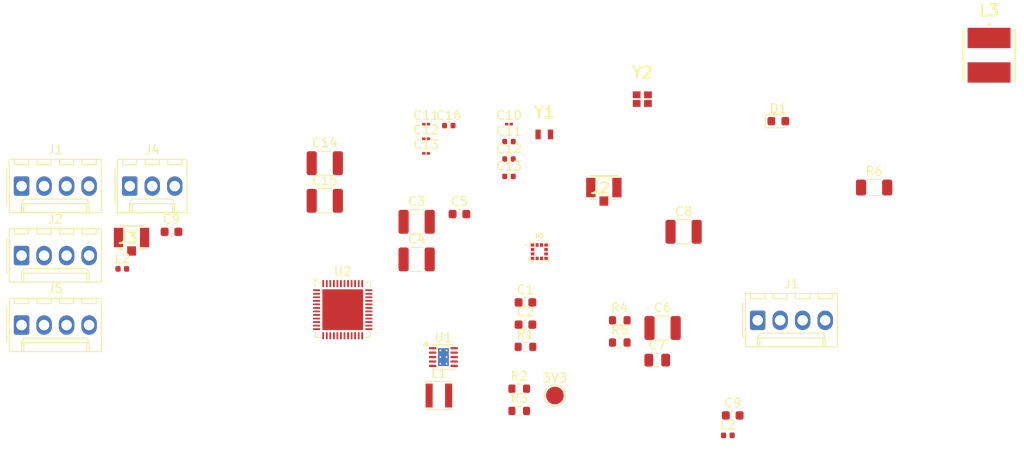
<source format=kicad_pcb>
(kicad_pcb (version 20240108) (generator "pcbnew") (generator_version "8.0")
  (layers (0 "F.Cu" signal) (31 "B.Cu" signal) (34 "B.Paste" user) (35 "F.Paste" user) (36 "B.SilkS" user "B.Silkscreen") (37 "F.SilkS" user "F.Silkscreen") (38 "B.Mask" user) (39 "F.Mask" user) (44 "Edge.Cuts" user))
  (net 0 "")
  (net 1 "Net-(U1-LX1)")
  (net 2 "Net-(U1-LX2)")
  (net 3 "GND")
  (net 4 "VIN")
  (net 5 "+3V3")
  (net 6 "Net-(U1-CFG1)")
  (net 7 "Net-(U1-CFG2)")
  (net 8 "Net-(U1-CFG3)")
  (net 30 "Net-(U3-VDD)")
  (net 32 "Net-(U3-CS)")
  (net 33 "INT1")
  (net 34 "SCL")
  (net 35 "INT2")
  (net 36 "SDA")
  (net 37 "SWDIO")
  (net 38 "SWDCLK")
  (net 39 "ANT")
  (net 40 "Net-(J2-Pad1)")
  (net 41 "Net-(U2-DEC1)")
  (net 42 "Net-(U2-DEC3)")
  (net 43 "/DEC4")
  (net 44 "Net-(U2-DCC)")
  (net 45 "Net-(U2-XC1)")
  (net 46 "Net-(U2-P0.00{slash}XL1)")
  (net 47 "Net-(U2-P0.01{slash}XL2)")
  (net 48 "Net-(U2-XC2)")
  (net 49 "PIN3")
  (net 50 "PIN0")
  (net 51 "PIN2")
  (net 52 "PIN1")
  (net 53 "Net-(J3-Pad1)")
  (net 54 "TX")
  (net 55 "RX")
  (net 56 "ADC1")
  (net 57 "ADC3")
  (net 58 "ADC2")
  (net 59 "ADC0")
  (net 60 "Net-(U2-P0.08)")
  (net 61 "Net-(D1-A)")
  (net 62 "Net-(L3-Pad2)")
  (footprint "Capacitor_SMD:C_0402_1005Metric" (layer "F.Cu") (at 158.315 44.275)
    (property "Reference" "C12" (at 0 -1.16 0) (layer "F.SilkS"))
    (property "Value" "12pF")
    (fp_line (start -0.107836 -0.36) (end 0.107836 -0.36) (stroke (width 0.12)) (layer "F.SilkS"))
    (fp_line (start -0.107836 0.36) (end 0.107836 0.36) (stroke (width 0.12)) (layer "F.SilkS"))
    (pad "1" smd roundrect (at -0.48 0) (size 0.56 0.62) (layers "F.Cu" "F.Paste" "F.Mask") (net 3 "GND"))
    (pad "2" smd roundrect (at 0.48 0) (size 0.56 0.62) (layers "F.Cu" "F.Paste" "F.Mask") (net 45 "Net-(U2-XC1)"))
  )
  (footprint "Package_SON:WSON-10-1EP_2.5x2.5mm_P0.5mm_EP1.2x2mm_ThermalVias" (layer "F.Cu") (at 150.915 66.655)
    (property "Reference" "U1" (at 0 -2.2 0) (layer "F.SilkS"))
    (property "Value" "TPS63900")
    (fp_line (start -1.25 -1.385) (end 1.25 -1.385) (stroke (width 0.12)) (layer "F.SilkS"))
    (fp_line (start -1.25 1.385) (end 1.25 1.385) (stroke (width 0.12)) (layer "F.SilkS"))
    (fp_poly (pts (xy -1.8 -1.3) (xy -2.28 -1.3) (xy -1.8 -1.78) (xy -1.8 -1.3)) (stroke (width 0.12)) (fill solid) (layer "F.SilkS"))
    (pad "1" smd roundrect (at -1.2125 -1) (size 0.825 0.25) (layers "F.Cu" "F.Paste" "F.Mask") (net 4 "VIN"))
    (pad "2" smd roundrect (at -1.2125 -0.5) (size 0.825 0.25) (layers "F.Cu" "F.Paste" "F.Mask") (net 4 "VIN"))
    (pad "3" smd roundrect (at -1.2125 0) (size 0.825 0.25) (layers "F.Cu" "F.Paste" "F.Mask") (net 6 "Net-(U1-CFG1)"))
    (pad "4" smd roundrect (at -1.2125 0.5) (size 0.825 0.25) (layers "F.Cu" "F.Paste" "F.Mask") (net 7 "Net-(U1-CFG2)"))
    (pad "5" smd roundrect (at -1.2125 1) (size 0.825 0.25) (layers "F.Cu" "F.Paste" "F.Mask") (net 8 "Net-(U1-CFG3)"))
    (pad "6" smd roundrect (at 1.2125 1) (size 0.825 0.25) (layers "F.Cu" "F.Paste" "F.Mask") (net 5 "+3V3"))
    (pad "7" smd roundrect (at 1.2125 0.5) (size 0.825 0.25) (layers "F.Cu" "F.Paste" "F.Mask") (net 2 "Net-(U1-LX2)"))
    (pad "8" smd roundrect (at 1.2125 0) (size 0.825 0.25) (layers "F.Cu" "F.Paste" "F.Mask") (net 3 "GND"))
    (pad "9" smd roundrect (at 1.2125 -0.5) (size 0.825 0.25) (layers "F.Cu" "F.Paste" "F.Mask") (net 1 "Net-(U1-LX1)"))
    (pad "10" smd roundrect (at 1.2125 -1) (size 0.825 0.25) (layers "F.Cu" "F.Paste" "F.Mask") (net 4 "VIN"))
    (pad "11" thru_hole circle (at -0.35 -0.75) (size 0.5 0.5) (drill 0.2) (property pad_prop_heatsink) (layers "*.Cu") (net 3 "GND"))
    (pad "11" thru_hole circle (at -0.35 0) (size 0.5 0.5) (drill 0.2) (property pad_prop_heatsink) (layers "*.Cu") (net 3 "GND"))
    (pad "11" thru_hole circle (at -0.35 0.75) (size 0.5 0.5) (drill 0.2) (property pad_prop_heatsink) (layers "*.Cu") (net 3 "GND"))
    (pad "11" smd rect (at 0 0) (size 1.2 2) (property pad_prop_heatsink) (layers "F.Cu" "F.Mask") (net 3 "GND"))
    (pad "11" smd rect (at 0 0) (size 1.2 2) (property pad_prop_heatsink) (layers "B.Cu") (net 3 "GND"))
    (pad "11" thru_hole circle (at 0.35 -0.75) (size 0.5 0.5) (drill 0.2) (property pad_prop_heatsink) (layers "*.Cu") (net 3 "GND"))
    (pad "11" thru_hole circle (at 0.35 0) (size 0.5 0.5) (drill 0.2) (property pad_prop_heatsink) (layers "*.Cu") (net 3 "GND"))
    (pad "11" thru_hole circle (at 0.35 0.75) (size 0.5 0.5) (drill 0.2) (property pad_prop_heatsink) (layers "*.Cu") (net 3 "GND"))
  )
  (footprint "Connector_Molex:Molex_KK-254_AE-6410-04A_1x04_P2.54mm_Vertical" (layer "F.Cu") (at 103.305 63.04)
    (property "Reference" "J5" (at 3.81 -4.12 0) (layer "F.SilkS"))
    (property "Value" "Conn_01x04_Pin")
    (fp_line (start -1.67 -2) (end -1.67 2) (stroke (width 0.12)) (layer "F.SilkS"))
    (fp_line (start -1.38 -3.03) (end -1.38 2.99) (stroke (width 0.12)) (layer "F.SilkS"))
    (fp_line (start -1.38 2.99) (end 9 2.99) (stroke (width 0.12)) (layer "F.SilkS"))
    (fp_line (start -0.8 -3.03) (end -0.8 -2.43) (stroke (width 0.12)) (layer "F.SilkS"))
    (fp_line (start -0.8 -2.43) (end 0.8 -2.43) (stroke (width 0.12)) (layer "F.SilkS"))
    (fp_line (start 0 1.99) (end 0.25 1.46) (stroke (width 0.12)) (layer "F.SilkS"))
    (fp_line (start 0 1.99) (end 7.62 1.99) (stroke (width 0.12)) (layer "F.SilkS"))
    (fp_line (start 0 2.99) (end 0 1.99) (stroke (width 0.12)) (layer "F.SilkS"))
    (fp_line (start 0.25 1.46) (end 7.37 1.46) (stroke (width 0.12)) (layer "F.SilkS"))
    (fp_line (start 0.25 2.99) (end 0.25 1.99) (stroke (width 0.12)) (layer "F.SilkS"))
    (fp_line (start 0.8 -2.43) (end 0.8 -3.03) (stroke (width 0.12)) (layer "F.SilkS"))
    (fp_line (start 1.74 -3.03) (end 1.74 -2.43) (stroke (width 0.12)) (layer "F.SilkS"))
    (fp_line (start 1.74 -2.43) (end 3.34 -2.43) (stroke (width 0.12)) (layer "F.SilkS"))
    (fp_line (start 3.34 -2.43) (end 3.34 -3.03) (stroke (width 0.12)) (layer "F.SilkS"))
    (fp_line (start 4.28 -3.03) (end 4.28 -2.43) (stroke (width 0.12)) (layer "F.SilkS"))
    (fp_line (start 4.28 -2.43) (end 5.88 -2.43) (stroke (width 0.12)) (layer "F.SilkS"))
    (fp_line (start 5.88 -2.43) (end 5.88 -3.03) (stroke (width 0.12)) (layer "F.SilkS"))
    (fp_line (start 6.82 -3.03) (end 6.82 -2.43) (stroke (width 0.12)) (layer "F.SilkS"))
    (fp_line (start 6.82 -2.43) (end 8.42 -2.43) (stroke (width 0.12)) (layer "F.SilkS"))
    (fp_line (start 7.37 1.46) (end 7.62 1.99) (stroke (width 0.12)) (layer "F.SilkS"))
    (fp_line (start 7.37 2.99) (end 7.37 1.99) (stroke (width 0.12)) (layer "F.SilkS"))
    (fp_line (start 7.62 1.99) (end 7.62 2.99) (stroke (width 0.12)) (layer "F.SilkS"))
    (fp_line (start 8.42 -2.43) (end 8.42 -3.03) (stroke (width 0.12)) (layer "F.SilkS"))
    (fp_line (start 9 -3.03) (end -1.38 -3.03) (stroke (width 0.12)) (layer "F.SilkS"))
    (fp_line (start 9 2.99) (end 9 -3.03) (stroke (width 0.12)) (layer "F.SilkS"))
    (pad "1" thru_hole roundrect (at 0 0) (size 1.74 2.19) (drill 1.19) (layers "*.Cu" "*.Mask") (roundrect_rratio 0.143678) (net 59 "ADC0"))
    (pad "2" thru_hole oval (at 2.54 0) (size 1.74 2.19) (drill 1.19) (layers "*.Cu" "*.Mask") (net 56 "ADC1"))
    (pad "3" thru_hole oval (at 5.08 0) (size 1.74 2.19) (drill 1.19) (layers "*.Cu" "*.Mask") (net 58 "ADC2"))
    (pad "4" thru_hole oval (at 7.62 0) (size 1.74 2.19) (drill 1.19) (layers "*.Cu" "*.Mask") (net 57 "ADC3"))
  )
  (footprint "LED_SMD:LED_0603_1608Metric" (layer "F.Cu") (at 188.7125 40)
    (property "Reference" "D1" (at 0 -1.43 0) (layer "F.SilkS"))
    (property "Value" "LED")
    (fp_line (start -1.485 -0.735) (end -1.485 0.735) (stroke (width 0.12)) (layer "F.SilkS"))
    (fp_line (start -1.485 0.735) (end 0.8 0.735) (stroke (width 0.12)) (layer "F.SilkS"))
    (fp_line (start 0.8 -0.735) (end -1.485 -0.735) (stroke (width 0.12)) (layer "F.SilkS"))
    (pad "1" smd roundrect (at -0.7875 0) (size 0.875 0.95) (layers "F.Cu" "F.Paste" "F.Mask") (net 3 "GND"))
    (pad "2" smd roundrect (at 0.7875 0) (size 0.875 0.95) (layers "F.Cu" "F.Paste" "F.Mask") (net 61 "Net-(D1-A)"))
  )
  (footprint "Capacitor_SMD:C_0402_1005Metric" (layer "F.Cu") (at 158.315 46.245)
    (property "Reference" "C13" (at 0 -1.16 0) (layer "F.SilkS"))
    (property "Value" "12pF")
    (fp_line (start -0.107836 -0.36) (end 0.107836 -0.36) (stroke (width 0.12)) (layer "F.SilkS"))
    (fp_line (start -0.107836 0.36) (end 0.107836 0.36) (stroke (width 0.12)) (layer "F.SilkS"))
    (pad "1" smd roundrect (at -0.48 0) (size 0.56 0.62) (layers "F.Cu" "F.Paste" "F.Mask") (net 3 "GND"))
    (pad "2" smd roundrect (at 0.48 0) (size 0.56 0.62) (layers "F.Cu" "F.Paste" "F.Mask") (net 48 "Net-(U2-XC2)"))
  )
  (footprint "Capacitor_SMD:C_0402_1005Metric" (layer "F.Cu") (at 158.315 42.305)
    (property "Reference" "C11" (at 0 -1.16 0) (layer "F.SilkS"))
    (property "Value" "12pF")
    (fp_line (start -0.107836 -0.36) (end 0.107836 -0.36) (stroke (width 0.12)) (layer "F.SilkS"))
    (fp_line (start -0.107836 0.36) (end 0.107836 0.36) (stroke (width 0.12)) (layer "F.SilkS"))
    (pad "1" smd roundrect (at -0.48 0) (size 0.56 0.62) (layers "F.Cu" "F.Paste" "F.Mask") (net 47 "Net-(U2-P0.01{slash}XL2)"))
    (pad "2" smd roundrect (at 0.48 0) (size 0.56 0.62) (layers "F.Cu" "F.Paste" "F.Mask") (net 3 "GND"))
  )
  (footprint "830050789:830050789" (layer "F.Cu") (at 162.3 41.5)
    (property "Reference" "Y1" (at 0 -2.5 0) (layer "F.SilkS") (effects (font (size 1.27 1.27) (thickness 0.254))))
    (property "Value" "32.768kHz" (hide yes))
    (fp_line (start -1.5 0) (end -1.5 0) (stroke (width 0.1)) (layer "F.SilkS"))
    (fp_line (start -1.4 0) (end -1.4 0) (stroke (width 0.1)) (layer "F.SilkS"))
    (fp_arc (start -1.5 0) (mid -1.45 -0.05) (end -1.4 0) (stroke (width 0.1)) (layer "F.SilkS"))
    (fp_arc (start -1.4 0) (mid -1.45 0.05) (end -1.5 0) (stroke (width 0.1)) (layer "F.SilkS"))
    (pad "1" smd rect (at -0.7 0) (size 0.6 1.1) (layers "F.Cu" "F.Paste" "F.Mask") (net 46 "Net-(U2-P0.00{slash}XL1)"))
    (pad "2" smd rect (at 0.7 0) (size 0.6 1.1) (layers "F.Cu" "F.Paste" "F.Mask") (net 47 "Net-(U2-P0.01{slash}XL2)"))
  )
  (footprint "Capacitor_SMD:C_01005_0402Metric" (layer "F.Cu") (at 148.96 43.64)
    (property "Reference" "C13" (at 0 -1 0) (layer "F.SilkS"))
    (property "Value" "12pF")
    (pad "1" smd roundrect (at -0.25 0) (size 0.4 0.3) (layers "F.Cu" "F.Mask") (net 3 "GND"))
    (pad "2" smd roundrect (at 0.25 0) (size 0.4 0.3) (layers "F.Cu" "F.Mask") (net 48 "Net-(U2-XC2)"))
  )
  (footprint "Resistor_SMD:R_0603_1608Metric" (layer "F.Cu") (at 160.175 65.5)
    (property "Reference" "R1" (at 0 -1.43 0) (layer "F.SilkS"))
    (property "Value" "36.5kOhm")
    (fp_line (start -0.237258 -0.5225) (end 0.237258 -0.5225) (stroke (width 0.12)) (layer "F.SilkS"))
    (fp_line (start -0.237258 0.5225) (end 0.237258 0.5225) (stroke (width 0.12)) (layer "F.SilkS"))
    (pad "1" smd roundrect (at -0.825 0) (size 0.8 0.95) (layers "F.Cu" "F.Paste" "F.Mask") (net 6 "Net-(U1-CFG1)"))
    (pad "2" smd roundrect (at 0.825 0) (size 0.8 0.95) (layers "F.Cu" "F.Paste" "F.Mask") (net 3 "GND"))
  )
  (footprint "Resistor_SMD:R_0603_1608Metric" (layer "F.Cu") (at 170.82 62.5)
    (property "Reference" "R4" (at 0 -1.43 0) (layer "F.SilkS"))
    (property "Value" "0Ohm")
    (fp_line (start -0.237258 -0.5225) (end 0.237258 -0.5225) (stroke (width 0.12)) (layer "F.SilkS"))
    (fp_line (start -0.237258 0.5225) (end 0.237258 0.5225) (stroke (width 0.12)) (layer "F.SilkS"))
    (pad "1" smd roundrect (at -0.825 0) (size 0.8 0.95) (layers "F.Cu" "F.Paste" "F.Mask") (net 5 "+3V3"))
    (pad "2" smd roundrect (at 0.825 0) (size 0.8 0.95) (layers "F.Cu" "F.Paste" "F.Mask") (net 30 "Net-(U3-VDD)"))
  )
  (footprint "TestPoint:TestPoint_Pad_D2.0mm" (layer "F.Cu") (at 163.5 71)
    (property "Reference" "3V3" (at 0 -1.998 0) (layer "F.SilkS"))
    (property "Value" "~" (hide yes))
    (fp_circle (center 0 0) (end 0 1.2) (stroke (width 0.12)) (fill none) (layer "F.SilkS"))
    (pad "1" smd circle (at 0 0) (size 2 2) (layers "F.Cu" "F.Mask") (net 5 "+3V3"))
  )
  (footprint "Connector_Molex:Molex_KK-254_AE-6410-04A_1x04_P2.54mm_Vertical" (layer "F.Cu") (at 103.305 47.34)
    (property "Reference" "J1" (at 3.81 -4.12 0) (layer "F.SilkS"))
    (property "Value" "Conn_01x04_Pin")
    (fp_line (start -1.67 -2) (end -1.67 2) (stroke (width 0.12)) (layer "F.SilkS"))
    (fp_line (start -1.38 -3.03) (end -1.38 2.99) (stroke (width 0.12)) (layer "F.SilkS"))
    (fp_line (start -1.38 2.99) (end 9 2.99) (stroke (width 0.12)) (layer "F.SilkS"))
    (fp_line (start -0.8 -3.03) (end -0.8 -2.43) (stroke (width 0.12)) (layer "F.SilkS"))
    (fp_line (start -0.8 -2.43) (end 0.8 -2.43) (stroke (width 0.12)) (layer "F.SilkS"))
    (fp_line (start 0 1.99) (end 0.25 1.46) (stroke (width 0.12)) (layer "F.SilkS"))
    (fp_line (start 0 1.99) (end 7.62 1.99) (stroke (width 0.12)) (layer "F.SilkS"))
    (fp_line (start 0 2.99) (end 0 1.99) (stroke (width 0.12)) (layer "F.SilkS"))
    (fp_line (start 0.25 1.46) (end 7.37 1.46) (stroke (width 0.12)) (layer "F.SilkS"))
    (fp_line (start 0.25 2.99) (end 0.25 1.99) (stroke (width 0.12)) (layer "F.SilkS"))
    (fp_line (start 0.8 -2.43) (end 0.8 -3.03) (stroke (width 0.12)) (layer "F.SilkS"))
    (fp_line (start 1.74 -3.03) (end 1.74 -2.43) (stroke (width 0.12)) (layer "F.SilkS"))
    (fp_line (start 1.74 -2.43) (end 3.34 -2.43) (stroke (width 0.12)) (layer "F.SilkS"))
    (fp_line (start 3.34 -2.43) (end 3.34 -3.03) (stroke (width 0.12)) (layer "F.SilkS"))
    (fp_line (start 4.28 -3.03) (end 4.28 -2.43) (stroke (width 0.12)) (layer "F.SilkS"))
    (fp_line (start 4.28 -2.43) (end 5.88 -2.43) (stroke (width 0.12)) (layer "F.SilkS"))
    (fp_line (start 5.88 -2.43) (end 5.88 -3.03) (stroke (width 0.12)) (layer "F.SilkS"))
    (fp_line (start 6.82 -3.03) (end 6.82 -2.43) (stroke (width 0.12)) (layer "F.SilkS"))
    (fp_line (start 6.82 -2.43) (end 8.42 -2.43) (stroke (width 0.12)) (layer "F.SilkS"))
    (fp_line (start 7.37 1.46) (end 7.62 1.99) (stroke (width 0.12)) (layer "F.SilkS"))
    (fp_line (start 7.37 2.99) (end 7.37 1.99) (stroke (width 0.12)) (layer "F.SilkS"))
    (fp_line (start 7.62 1.99) (end 7.62 2.99) (stroke (width 0.12)) (layer "F.SilkS"))
    (fp_line (start 8.42 -2.43) (end 8.42 -3.03) (stroke (width 0.12)) (layer "F.SilkS"))
    (fp_line (start 9 -3.03) (end -1.38 -3.03) (stroke (width 0.12)) (layer "F.SilkS"))
    (fp_line (start 9 2.99) (end 9 -3.03) (stroke (width 0.12)) (layer "F.SilkS"))
    (pad "1" thru_hole roundrect (at 0 0) (size 1.74 2.19) (drill 1.19) (layers "*.Cu" "*.Mask") (roundrect_rratio 0.143678) (net 50 "PIN0"))
    (pad "2" thru_hole oval (at 2.54 0) (size 1.74 2.19) (drill 1.19) (layers "*.Cu" "*.Mask") (net 52 "PIN1"))
    (pad "3" thru_hole oval (at 5.08 0) (size 1.74 2.19) (drill 1.19) (layers "*.Cu" "*.Mask") (net 51 "PIN2"))
    (pad "4" thru_hole oval (at 7.62 0) (size 1.74 2.19) (drill 1.19) (layers "*.Cu" "*.Mask") (net 49 "PIN3"))
  )
  (footprint "Resistor_SMD:R_0603_1608Metric" (layer "F.Cu") (at 159.47 72.74)
    (property "Reference" "R3" (at 0 -1.43 0) (layer "F.SilkS"))
    (property "Value" "0Ohm")
    (fp_line (start -0.237258 -0.5225) (end 0.237258 -0.5225) (stroke (width 0.12)) (layer "F.SilkS"))
    (fp_line (start -0.237258 0.5225) (end 0.237258 0.5225) (stroke (width 0.12)) (layer "F.SilkS"))
    (pad "1" smd roundrect (at -0.825 0) (size 0.8 0.95) (layers "F.Cu" "F.Paste" "F.Mask") (net 8 "Net-(U1-CFG3)"))
    (pad "2" smd roundrect (at 0.825 0) (size 0.8 0.95) (layers "F.Cu" "F.Paste" "F.Mask") (net 3 "GND"))
  )
  (footprint "Inductor_SMD:L_0402_1005Metric" (layer "F.Cu") (at 114.675 56.69)
    (property "Reference" "L2" (at 0 -1.17 0) (layer "F.SilkS"))
    (property "Value" "3.9nH")
    (pad "1" smd roundrect (at -0.485 0) (size 0.59 0.64) (layers "F.Cu" "F.Paste" "F.Mask") (net 53 "Net-(J3-Pad1)"))
    (pad "2" smd roundrect (at 0.485 0) (size 0.59 0.64) (layers "F.Cu" "F.Paste" "F.Mask") (net 39 "ANT"))
  )
  (footprint "Inductor_SMD:SRR5828A2R6Y" (layer "F.Cu") (at 212.5 32.55)
    (property "Reference" "L3" (at 0 -5.05 0) (layer "F.SilkS") (effects (font (size 1.27 1.27) (thickness 0.254))))
    (property "Value" "10uH" (hide yes))
    (fp_line (start -2.9 -2.9) (end -2.9 2.9) (stroke (width 0.2)) (layer "F.SilkS"))
    (fp_line (start -0.1 -3.5) (end -0.1 -3.5) (stroke (width 0.2)) (layer "F.SilkS"))
    (fp_line (start 0.1 -3.5) (end 0.1 -3.5) (stroke (width 0.2)) (layer "F.SilkS"))
    (fp_line (start 2.9 -2.9) (end 2.9 2.9) (stroke (width 0.2)) (layer "F.SilkS"))
    (fp_arc (start -0.1 -3.5) (mid 0 -3.6) (end 0.1 -3.5) (stroke (width 0.2)) (layer "F.SilkS"))
    (fp_arc (start 0.1 -3.5) (mid 0 -3.4) (end -0.1 -3.5) (stroke (width 0.2)) (layer "F.SilkS"))
    (pad "1" smd rect (at 0 -1.95 90) (size 2.3 4.85) (layers "F.Cu" "F.Paste" "F.Mask") (net 44 "Net-(U2-DCC)"))
    (pad "2" smd rect (at 0 1.95 90) (size 2.3 4.85) (layers "F.Cu" "F.Paste" "F.Mask") (net 62 "Net-(L3-Pad2)"))
  )
  (footprint "Capacitor_SMD:C_0402_1005Metric" (layer "F.Cu") (at 151.52 40.5)
    (property "Reference" "C16" (at 0 -1.16 0) (layer "F.SilkS"))
    (property "Value" "1uF")
    (fp_line (start -0.107836 -0.36) (end 0.107836 -0.36) (stroke (width 0.12)) (layer "F.SilkS"))
    (fp_line (start -0.107836 0.36) (end 0.107836 0.36) (stroke (width 0.12)) (layer "F.SilkS"))
    (pad "1" smd roundrect (at -0.48 0) (size 0.56 0.62) (layers "F.Cu" "F.Paste" "F.Mask") (net 43 "/DEC4"))
    (pad "2" smd roundrect (at 0.48 0) (size 0.56 0.62) (layers "F.Cu" "F.Paste" "F.Mask") (net 3 "GND"))
  )
  (footprint "Capacitor_SMD:C_1210_3225Metric" (layer "F.Cu") (at 147.895 55.62)
    (property "Reference" "C4" (at 0 -2.3 0) (layer "F.SilkS"))
    (property "Value" "100nF")
    (fp_line (start -0.711252 -1.36) (end 0.711252 -1.36) (stroke (width 0.12)) (layer "F.SilkS"))
    (fp_line (start -0.711252 1.36) (end 0.711252 1.36) (stroke (width 0.12)) (layer "F.SilkS"))
    (pad "1" smd roundrect (at -1.475 0) (size 1.15 2.7) (layers "F.Cu" "F.Paste" "F.Mask") (roundrect_rratio 0.217391) (net 5 "+3V3"))
    (pad "2" smd roundrect (at 1.475 0) (size 1.15 2.7) (layers "F.Cu" "F.Paste" "F.Mask") (roundrect_rratio 0.217391) (net 3 "GND"))
  )
  (footprint "Capacitor_SMD:C_1210_3225Metric" (layer "F.Cu") (at 137.525 49)
    (property "Reference" "C15" (at 0 -2.3 0) (layer "F.SilkS"))
    (property "Value" "100nF")
    (fp_line (start -0.711252 -1.36) (end 0.711252 -1.36) (stroke (width 0.12)) (layer "F.SilkS"))
    (fp_line (start -0.711252 1.36) (end 0.711252 1.36) (stroke (width 0.12)) (layer "F.SilkS"))
    (pad "1" smd roundrect (at -1.475 0) (size 1.15 2.7) (layers "F.Cu" "F.Paste" "F.Mask") (roundrect_rratio 0.217391) (net 42 "Net-(U2-DEC3)"))
    (pad "2" smd roundrect (at 1.475 0) (size 1.15 2.7) (layers "F.Cu" "F.Paste" "F.Mask") (roundrect_rratio 0.217391) (net 3 "GND"))
  )
  (footprint "Capacitor_SMD:C_0603_1608Metric" (layer "F.Cu") (at 160.175 60.48)
    (property "Reference" "C1" (at 0 -1.43 0) (layer "F.SilkS"))
    (property "Value" "10uF")
    (fp_line (start -0.14058 -0.51) (end 0.14058 -0.51) (stroke (width 0.12)) (layer "F.SilkS"))
    (fp_line (start -0.14058 0.51) (end 0.14058 0.51) (stroke (width 0.12)) (layer "F.SilkS"))
    (pad "1" smd roundrect (at -0.775 0) (size 0.9 0.95) (layers "F.Cu" "F.Paste" "F.Mask") (net 4 "VIN"))
    (pad "2" smd roundrect (at 0.775 0) (size 0.9 0.95) (layers "F.Cu" "F.Paste" "F.Mask") (net 3 "GND"))
  )
  (footprint "Connector_Molex:Molex_KK-254_AE-6410-04A_1x04_P2.54mm_Vertical" (layer "F.Cu") (at 103.305 55.19)
    (property "Reference" "J2" (at 3.81 -4.12 0) (layer "F.SilkS"))
    (property "Value" "Conn_01x04_Pin")
    (fp_line (start -1.67 -2) (end -1.67 2) (stroke (width 0.12)) (layer "F.SilkS"))
    (fp_line (start -1.38 -3.03) (end -1.38 2.99) (stroke (width 0.12)) (layer "F.SilkS"))
    (fp_line (start -1.38 2.99) (end 9 2.99) (stroke (width 0.12)) (layer "F.SilkS"))
    (fp_line (start -0.8 -3.03) (end -0.8 -2.43) (stroke (width 0.12)) (layer "F.SilkS"))
    (fp_line (start -0.8 -2.43) (end 0.8 -2.43) (stroke (width 0.12)) (layer "F.SilkS"))
    (fp_line (start 0 1.99) (end 0.25 1.46) (stroke (width 0.12)) (layer "F.SilkS"))
    (fp_line (start 0 1.99) (end 7.62 1.99) (stroke (width 0.12)) (layer "F.SilkS"))
    (fp_line (start 0 2.99) (end 0 1.99) (stroke (width 0.12)) (layer "F.SilkS"))
    (fp_line (start 0.25 1.46) (end 7.37 1.46) (stroke (width 0.12)) (layer "F.SilkS"))
    (fp_line (start 0.25 2.99) (end 0.25 1.99) (stroke (width 0.12)) (layer "F.SilkS"))
    (fp_line (start 0.8 -2.43) (end 0.8 -3.03) (stroke (width 0.12)) (layer "F.SilkS"))
    (fp_line (start 1.74 -3.03) (end 1.74 -2.43) (stroke (width 0.12)) (layer "F.SilkS"))
    (fp_line (start 1.74 -2.43) (end 3.34 -2.43) (stroke (width 0.12)) (layer "F.SilkS"))
    (fp_line (start 3.34 -2.43) (end 3.34 -3.03) (stroke (width 0.12)) (layer "F.SilkS"))
    (fp_line (start 4.28 -3.03) (end 4.28 -2.43) (stroke (width 0.12)) (layer "F.SilkS"))
    (fp_line (start 4.28 -2.43) (end 5.88 -2.43) (stroke (width 0.12)) (layer "F.SilkS"))
    (fp_line (start 5.88 -2.43) (end 5.88 -3.03) (stroke (width 0.12)) (layer "F.SilkS"))
    (fp_line (start 6.82 -3.03) (end 6.82 -2.43) (stroke (width 0.12)) (layer "F.SilkS"))
    (fp_line (start 6.82 -2.43) (end 8.42 -2.43) (stroke (width 0.12)) (layer "F.SilkS"))
    (fp_line (start 7.37 1.46) (end 7.62 1.99) (stroke (width 0.12)) (layer "F.SilkS"))
    (fp_line (start 7.37 2.99) (end 7.37 1.99) (stroke (width 0.12)) (layer "F.SilkS"))
    (fp_line (start 7.62 1.99) (end 7.62 2.99) (stroke (width 0.12)) (layer "F.SilkS"))
    (fp_line (start 8.42 -2.43) (end 8.42 -3.03) (stroke (width 0.12)) (layer "F.SilkS"))
    (fp_line (start 9 -3.03) (end -1.38 -3.03) (stroke (width 0.12)) (layer "F.SilkS"))
    (fp_line (start 9 2.99) (end 9 -3.03) (stroke (width 0.12)) (layer "F.SilkS"))
    (pad "1" thru_hole roundrect (at 0 0) (size 1.74 2.19) (drill 1.19) (layers "*.Cu" "*.Mask") (roundrect_rratio 0.143678) (net 5 "+3V3"))
    (pad "2" thru_hole oval (at 2.54 0) (size 1.74 2.19) (drill 1.19) (layers "*.Cu" "*.Mask") (net 38 "SWDCLK"))
    (pad "3" thru_hole oval (at 5.08 0) (size 1.74 2.19) (drill 1.19) (layers "*.Cu" "*.Mask") (net 37 "SWDIO"))
    (pad "4" thru_hole oval (at 7.62 0) (size 1.74 2.19) (drill 1.19) (layers "*.Cu" "*.Mask") (net 3 "GND"))
  )
  (footprint "Capacitor_SMD:C_1210_3225Metric" (layer "F.Cu") (at 147.895 51.37)
    (property "Reference" "C3" (at 0 -2.3 0) (layer "F.SilkS"))
    (property "Value" "100nF")
    (fp_line (start -0.711252 -1.36) (end 0.711252 -1.36) (stroke (width 0.12)) (layer "F.SilkS"))
    (fp_line (start -0.711252 1.36) (end 0.711252 1.36) (stroke (width 0.12)) (layer "F.SilkS"))
    (pad "1" smd roundrect (at -1.475 0) (size 1.15 2.7) (layers "F.Cu" "F.Paste" "F.Mask") (roundrect_rratio 0.217391) (net 5 "+3V3"))
    (pad "2" smd roundrect (at 1.475 0) (size 1.15 2.7) (layers "F.Cu" "F.Paste" "F.Mask") (roundrect_rratio 0.217391) (net 3 "GND"))
  )
  (footprint "Capacitor_SMD:C_1210_3225Metric" (layer "F.Cu") (at 137.525 44.75)
    (property "Reference" "C14" (at 0 -2.3 0) (layer "F.SilkS"))
    (property "Value" "100nF")
    (fp_line (start -0.711252 -1.36) (end 0.711252 -1.36) (stroke (width 0.12)) (layer "F.SilkS"))
    (fp_line (start -0.711252 1.36) (end 0.711252 1.36) (stroke (width 0.12)) (layer "F.SilkS"))
    (pad "1" smd roundrect (at -1.475 0) (size 1.15 2.7) (layers "F.Cu" "F.Paste" "F.Mask") (roundrect_rratio 0.217391) (net 41 "Net-(U2-DEC1)"))
    (pad "2" smd roundrect (at 1.475 0) (size 1.15 2.7) (layers "F.Cu" "F.Paste" "F.Mask") (roundrect_rratio 0.217391) (net 3 "GND"))
  )
  (footprint "Connector_Molex:Molex_KK-254_AE-6410-04A_1x04_P2.54mm_Vertical" (layer "F.Cu") (at 186.38 62.5)
    (property "Reference" "J1" (at 3.81 -4.12 0) (layer "F.SilkS"))
    (property "Value" "Conn_01x04_Pin")
    (fp_line (start -1.67 -2) (end -1.67 2) (stroke (width 0.12)) (layer "F.SilkS"))
    (fp_line (start -1.38 -3.03) (end -1.38 2.99) (stroke (width 0.12)) (layer "F.SilkS"))
    (fp_line (start -1.38 2.99) (end 9 2.99) (stroke (width 0.12)) (layer "F.SilkS"))
    (fp_line (start -0.8 -3.03) (end -0.8 -2.43) (stroke (width 0.12)) (layer "F.SilkS"))
    (fp_line (start -0.8 -2.43) (end 0.8 -2.43) (stroke (width 0.12)) (layer "F.SilkS"))
    (fp_line (start 0 1.99) (end 0.25 1.46) (stroke (width 0.12)) (layer "F.SilkS"))
    (fp_line (start 0 1.99) (end 7.62 1.99) (stroke (width 0.12)) (layer "F.SilkS"))
    (fp_line (start 0 2.99) (end 0 1.99) (stroke (width 0.12)) (layer "F.SilkS"))
    (fp_line (start 0.25 1.46) (end 7.37 1.46) (stroke (width 0.12)) (layer "F.SilkS"))
    (fp_line (start 0.25 2.99) (end 0.25 1.99) (stroke (width 0.12)) (layer "F.SilkS"))
    (fp_line (start 0.8 -2.43) (end 0.8 -3.03) (stroke (width 0.12)) (layer "F.SilkS"))
    (fp_line (start 1.74 -3.03) (end 1.74 -2.43) (stroke (width 0.12)) (layer "F.SilkS"))
    (fp_line (start 1.74 -2.43) (end 3.34 -2.43) (stroke (width 0.12)) (layer "F.SilkS"))
    (fp_line (start 3.34 -2.43) (end 3.34 -3.03) (stroke (width 0.12)) (layer "F.SilkS"))
    (fp_line (start 4.28 -3.03) (end 4.28 -2.43) (stroke (width 0.12)) (layer "F.SilkS"))
    (fp_line (start 4.28 -2.43) (end 5.88 -2.43) (stroke (width 0.12)) (layer "F.SilkS"))
    (fp_line (start 5.88 -2.43) (end 5.88 -3.03) (stroke (width 0.12)) (layer "F.SilkS"))
    (fp_line (start 6.82 -3.03) (end 6.82 -2.43) (stroke (width 0.12)) (layer "F.SilkS"))
    (fp_line (start 6.82 -2.43) (end 8.42 -2.43) (stroke (width 0.12)) (layer "F.SilkS"))
    (fp_line (start 7.37 1.46) (end 7.62 1.99) (stroke (width 0.12)) (layer "F.SilkS"))
    (fp_line (start 7.37 2.99) (end 7.37 1.99) (stroke (width 0.12)) (layer "F.SilkS"))
    (fp_line (start 7.62 1.99) (end 7.62 2.99) (stroke (width 0.12)) (layer "F.SilkS"))
    (fp_line (start 8.42 -2.43) (end 8.42 -3.03) (stroke (width 0.12)) (layer "F.SilkS"))
    (fp_line (start 9 -3.03) (end -1.38 -3.03) (stroke (width 0.12)) (layer "F.SilkS"))
    (fp_line (start 9 2.99) (end 9 -3.03) (stroke (width 0.12)) (layer "F.SilkS"))
    (pad "1" thru_hole roundrect (at 0 0) (size 1.74 2.19) (drill 1.19) (layers "*.Cu" "*.Mask") (roundrect_rratio 0.143678) (net 5 "+3V3"))
    (pad "2" thru_hole oval (at 2.54 0) (size 1.74 2.19) (drill 1.19) (layers "*.Cu" "*.Mask") (net 38 "SWDCLK"))
    (pad "3" thru_hole oval (at 5.08 0) (size 1.74 2.19) (drill 1.19) (layers "*.Cu" "*.Mask") (net 37 "SWDIO"))
    (pad "4" thru_hole oval (at 7.62 0) (size 1.74 2.19) (drill 1.19) (layers "*.Cu" "*.Mask") (net 3 "GND"))
  )
  (footprint "Capacitor_SMD:C_01005_0402Metric" (layer "F.Cu") (at 148.96 41.99)
    (property "Reference" "C12" (at 0 -1 0) (layer "F.SilkS"))
    (property "Value" "12pF")
    (pad "1" smd roundrect (at -0.25 0) (size 0.4 0.3) (layers "F.Cu" "F.Mask") (net 3 "GND"))
    (pad "2" smd roundrect (at 0.25 0) (size 0.4 0.3) (layers "F.Cu" "F.Mask") (net 45 "Net-(U2-XC1)"))
  )
  (footprint "Connector_Molex:Molex_KK-254_AE-6410-03A_1x03_P2.54mm_Vertical" (layer "F.Cu") (at 115.515 47.34)
    (property "Reference" "J4" (at 2.54 -4.12 0) (layer "F.SilkS"))
    (property "Value" "Conn_01x03_Pin")
    (fp_line (start -1.67 -2) (end -1.67 2) (stroke (width 0.12)) (layer "F.SilkS"))
    (fp_line (start -1.38 -3.03) (end -1.38 2.99) (stroke (width 0.12)) (layer "F.SilkS"))
    (fp_line (start -1.38 2.99) (end 6.46 2.99) (stroke (width 0.12)) (layer "F.SilkS"))
    (fp_line (start -0.8 -3.03) (end -0.8 -2.43) (stroke (width 0.12)) (layer "F.SilkS"))
    (fp_line (start -0.8 -2.43) (end 0.8 -2.43) (stroke (width 0.12)) (layer "F.SilkS"))
    (fp_line (start 0 1.99) (end 0.25 1.46) (stroke (width 0.12)) (layer "F.SilkS"))
    (fp_line (start 0 1.99) (end 5.08 1.99) (stroke (width 0.12)) (layer "F.SilkS"))
    (fp_line (start 0 2.99) (end 0 1.99) (stroke (width 0.12)) (layer "F.SilkS"))
    (fp_line (start 0.25 1.46) (end 4.83 1.46) (stroke (width 0.12)) (layer "F.SilkS"))
    (fp_line (start 0.25 2.99) (end 0.25 1.99) (stroke (width 0.12)) (layer "F.SilkS"))
    (fp_line (start 0.8 -2.43) (end 0.8 -3.03) (stroke (width 0.12)) (layer "F.SilkS"))
    (fp_line (start 1.74 -3.03) (end 1.74 -2.43) (stroke (width 0.12)) (layer "F.SilkS"))
    (fp_line (start 1.74 -2.43) (end 3.34 -2.43) (stroke (width 0.12)) (layer "F.SilkS"))
    (fp_line (start 3.34 -2.43) (end 3.34 -3.03) (stroke (width 0.12)) (layer "F.SilkS"))
    (fp_line (start 4.28 -3.03) (end 4.28 -2.43) (stroke (width 0.12)) (layer "F.SilkS"))
    (fp_line (start 4.28 -2.43) (end 5.88 -2.43) (stroke (width 0.12)) (layer "F.SilkS"))
    (fp_line (start 4.83 1.46) (end 5.08 1.99) (stroke (width 0.12)) (layer "F.SilkS"))
    (fp_line (start 4.83 2.99) (end 4.83 1.99) (stroke (width 0.12)) (layer "F.SilkS"))
    (fp_line (start 5.08 1.99) (end 5.08 2.99) (stroke (width 0.12)) (layer "F.SilkS"))
    (fp_line (start 5.88 -2.43) (end 5.88 -3.03) (stroke (width 0.12)) (layer "F.SilkS"))
    (fp_line (start 6.46 -3.03) (end -1.38 -3.03) (stroke (width 0.12)) (layer "F.SilkS"))
    (fp_line (start 6.46 2.99) (end 6.46 -3.03) (stroke (width 0.12)) (layer "F.SilkS"))
    (pad "1" thru_hole roundrect (at 0 0) (size 1.74 2.19) (drill 1.19) (layers "*.Cu" "*.Mask") (roundrect_rratio 0.143678) (net 55 "RX"))
    (pad "2" thru_hole oval (at 2.54 0) (size 1.74 2.19) (drill 1.19) (layers "*.Cu" "*.Mask") (net 54 "TX"))
    (pad "3" thru_hole oval (at 5.08 0) (size 1.74 2.19) (drill 1.19) (layers "*.Cu" "*.Mask") (net 3 "GND"))
  )
  (footprint "Capacitor_SMD:C_0805_2012Metric" (layer "F.Cu") (at 175.05 67)
    (property "Reference" "C7" (at 0 -1.68 0) (layer "F.SilkS"))
    (property "Value" "10uF")
    (fp_line (start -0.261252 -0.735) (end 0.261252 -0.735) (stroke (width 0.12)) (layer "F.SilkS"))
    (fp_line (start -0.261252 0.735) (end 0.261252 0.735) (stroke (width 0.12)) (layer "F.SilkS"))
    (pad "1" smd roundrect (at -0.95 0) (size 1 1.45) (layers "F.Cu" "F.Paste" "F.Mask") (net 30 "Net-(U3-VDD)"))
    (pad "2" smd roundrect (at 0.95 0) (size 1 1.45) (layers "F.Cu" "F.Paste" "F.Mask") (net 3 "GND"))
  )
  (footprint "Capacitor_SMD:C_1206_3216Metric" (layer "F.Cu") (at 199.525 47.5)
    (property "Reference" "R6" (at 0 -1.85 0) (layer "F.SilkS"))
    (property "Value" "1kOhm")
    (fp_line (start -0.711252 -0.91) (end 0.711252 -0.91) (stroke (width 0.12)) (layer "F.SilkS"))
    (fp_line (start -0.711252 0.91) (end 0.711252 0.91) (stroke (width 0.12)) (layer "F.SilkS"))
    (pad "1" smd roundrect (at -1.475 0) (size 1.15 1.8) (layers "F.Cu" "F.Paste" "F.Mask") (roundrect_rratio 0.217391) (net 60 "Net-(U2-P0.08)"))
    (pad "2" smd roundrect (at 1.475 0) (size 1.15 1.8) (layers "F.Cu" "F.Paste" "F.Mask") (roundrect_rratio 0.217391) (net 61 "Net-(D1-A)"))
  )
  (footprint "1909763:1909763-1" (layer "F.Cu") (at 169.025 47.5)
    (property "Reference" "J2" (at -0.416 0.058 0) (layer "F.SilkS") (effects (font (size 1.27 1.27) (thickness 0.254))))
    (property "Value" "1909763-1" (hide yes))
    (fp_line (start -1.5 -1.3) (end 1.5 -1.3) (stroke (width 0.2)) (layer "F.SilkS"))
    (fp_line (start -1.5 1.3) (end -0.83 1.3) (stroke (width 0.2)) (layer "F.SilkS"))
    (fp_line (start 1.5 1.3) (end 0.83 1.3) (stroke (width 0.2)) (layer "F.SilkS"))
    (pad "1" smd rect (at -1.475 0) (size 1.05 2.2) (layers "F.Cu" "F.Paste" "F.Mask") (net 40 "Net-(J2-Pad1)"))
    (pad "2" smd rect (at 0 1.525) (size 1 1.05) (layers "F.Cu" "F.Paste" "F.Mask") (net 3 "GND"))
    (pad "3" smd rect (at 1.475 0) (size 1.05 2.2) (layers "F.Cu" "F.Paste" "F.Mask") (net 3 "GND"))
  )
  (footprint "Resistor_SMD:R_0603_1608Metric" (layer "F.Cu") (at 170.82 65.01)
    (property "Reference" "R5" (at 0 -1.43 0) (layer "F.SilkS"))
    (property "Value" "0Ohm")
    (fp_line (start -0.237258 -0.5225) (end 0.237258 -0.5225) (stroke (width 0.12)) (layer "F.SilkS"))
    (fp_line (start -0.237258 0.5225) (end 0.237258 0.5225) (stroke (width 0.12)) (layer "F.SilkS"))
    (pad "1" smd roundrect (at -0.825 0) (size 0.8 0.95) (layers "F.Cu" "F.Paste" "F.Mask") (net 32 "Net-(U3-CS)"))
    (pad "2" smd roundrect (at 0.825 0) (size 0.8 0.95) (layers "F.Cu" "F.Paste" "F.Mask") (net 30 "Net-(U3-VDD)"))
  )
  (footprint "Capacitor_SMD:C_01005_0402Metric" (layer "F.Cu") (at 148.96 40.34)
    (property "Reference" "C11" (at 0 -1 0) (layer "F.SilkS"))
    (property "Value" "12pF")
    (pad "1" smd roundrect (at -0.25 0) (size 0.4 0.3) (layers "F.Cu" "F.Mask") (net 47 "Net-(U2-P0.01{slash}XL2)"))
    (pad "2" smd roundrect (at 0.25 0) (size 0.4 0.3) (layers "F.Cu" "F.Mask") (net 3 "GND"))
  )
  (footprint "LIS2DW12TR:LGA12R50P4X4_200X200X70" (layer "F.Cu") (at 161.74 54.75)
    (property "Reference" "U3" (at 0.024038 -1.807508 0) (layer "F.SilkS") (effects (font (size 0.48072 0.48072) (thickness 0.12018))))
    (property "Value" "LIS2DW12TR")
    (fp_line (start -1.05 -1.05) (end -0.555 -1.05) (stroke (width 0.127)) (layer "F.SilkS"))
    (fp_line (start -1.05 -0.555) (end -1.05 -1.05) (stroke (width 0.127)) (layer "F.SilkS"))
    (fp_line (start -1.05 0.555) (end -1.05 1.05) (stroke (width 0.127)) (layer "F.SilkS"))
    (fp_line (start -1.05 1.05) (end -0.555 1.05) (stroke (width 0.127)) (layer "F.SilkS"))
    (fp_line (start 0.555 -1.05) (end 1.05 -1.05) (stroke (width 0.127)) (layer "F.SilkS"))
    (fp_line (start 0.555 1.05) (end 1.05 1.05) (stroke (width 0.127)) (layer "F.SilkS"))
    (fp_line (start 1.05 -1.05) (end 1.05 -0.555) (stroke (width 0.127)) (layer "F.SilkS"))
    (fp_line (start 1.05 1.05) (end 1.05 0.555) (stroke (width 0.127)) (layer "F.SilkS"))
    (fp_circle (center -1.5 -0.75) (end -1.45 -0.75) (stroke (width 0.1)) (fill none) (layer "F.SilkS"))
    (pad "1" smd rect (at -0.76 -0.75) (size 0.4 0.35) (layers "F.Cu" "F.Paste" "F.Mask") (net 34 "SCL"))
    (pad "2" smd rect (at -0.76 -0.25) (size 0.4 0.35) (layers "F.Cu" "F.Paste" "F.Mask") (net 32 "Net-(U3-CS)"))
    (pad "3" smd rect (at -0.76 0.25) (size 0.4 0.35) (layers "F.Cu" "F.Paste" "F.Mask"))
    (pad "4" smd rect (at -0.76 0.75) (size 0.4 0.35) (layers "F.Cu" "F.Paste" "F.Mask") (net 36 "SDA"))
    (pad "5" smd rect (at -0.25 0.76) (size 0.35 0.4) (layers "F.Cu" "F.Paste" "F.Mask"))
    (pad "6" smd rect (at 0.25 0.76) (size 0.35 0.4) (layers "F.Cu" "F.Paste" "F.Mask") (net 3 "GND"))
    (pad "7" smd rect (at 0.76 0.75) (size 0.4 0.35) (layers "F.Cu" "F.Paste" "F.Mask") (net 3 "GND"))
    (pad "8" smd rect (at 0.76 0.25) (size 0.4 0.35) (layers "F.Cu" "F.Paste" "F.Mask") (net 3 "GND"))
    (pad "9" smd rect (at 0.76 -0.25) (size 0.4 0.35) (layers "F.Cu" "F.Paste" "F.Mask") (net 30 "Net-(U3-VDD)"))
    (pad "10" smd rect (at 0.76 -0.75) (size 0.4 0.35) (layers "F.Cu" "F.Paste" "F.Mask") (net 30 "Net-(U3-VDD)"))
    (pad "11" smd rect (at 0.25 -0.76) (size 0.35 0.4) (layers "F.Cu" "F.Paste" "F.Mask") (net 35 "INT2"))
    (pad "12" smd rect (at -0.25 -0.76) (size 0.35 0.4) (layers "F.Cu" "F.Paste" "F.Mask") (net 33 "INT1"))
  )
  (footprint "Capacitor_SMD:C_0603_1608Metric" (layer "F.Cu") (at 160.175 62.99)
    (property "Reference" "C2" (at 0 -1.43 0) (layer "F.SilkS"))
    (property "Value" "22uF")
    (fp_line (start -0.14058 -0.51) (end 0.14058 -0.51) (stroke (width 0.12)) (layer "F.SilkS"))
    (fp_line (start -0.14058 0.51) (end 0.14058 0.51) (stroke (width 0.12)) (layer "F.SilkS"))
    (pad "1" smd roundrect (at -0.775 0) (size 0.9 0.95) (layers "F.Cu" "F.Paste" "F.Mask") (net 5 "+3V3"))
    (pad "2" smd roundrect (at 0.775 0) (size 0.9 0.95) (layers "F.Cu" "F.Paste" "F.Mask") (net 3 "GND"))
  )
  (footprint "830108212909:830108212909" (layer "F.Cu") (at 173.363 37.512)
    (property "Reference" "Y2" (at 0 -3.012 0) (layer "F.SilkS") (effects (font (size 1.27 1.27) (thickness 0.254))))
    (property "Value" "32MHz" (hide yes))
    (fp_line (start -0.638 1.3) (end -0.638 1.3) (stroke (width 0.1)) (layer "F.SilkS"))
    (fp_line (start -0.638 1.4) (end -0.638 1.4) (stroke (width 0.1)) (layer "F.SilkS"))
    (fp_arc (start -0.637 1.3) (mid -0.5875 1.3505) (end -0.638 1.4) (stroke (width 0.1)) (layer "F.SilkS"))
    (fp_arc (start -0.637 1.4) (mid -0.6875 1.3505) (end -0.638 1.3) (stroke (width 0.1)) (layer "F.SilkS"))
    (pad "1" smd rect (at -0.638 0.488 90) (size 0.775 0.875) (layers "F.Cu" "F.Paste" "F.Mask") (net 45 "Net-(U2-XC1)"))
    (pad "2" smd rect (at 0.637 0.488 90) (size 0.775 0.875) (layers "F.Cu" "F.Paste" "F.Mask") (net 48 "Net-(U2-XC2)"))
    (pad "3" smd rect (at 0.637 -0.488 90) (size 0.775 0.875) (layers "F.Cu" "F.Paste" "F.Mask"))
    (pad "4" smd rect (at -0.638 -0.488 90) (size 0.775 0.875) (layers "F.Cu" "F.Paste" "F.Mask"))
  )
  (footprint "Capacitor_SMD:C_1210_3225Metric" (layer "F.Cu") (at 175.65 63.37)
    (property "Reference" "C6" (at 0 -2.3 0) (layer "F.SilkS"))
    (property "Value" "100nF")
    (fp_line (start -0.711252 -1.36) (end 0.711252 -1.36) (stroke (width 0.12)) (layer "F.SilkS"))
    (fp_line (start -0.711252 1.36) (end 0.711252 1.36) (stroke (width 0.12)) (layer "F.SilkS"))
    (pad "1" smd roundrect (at -1.475 0) (size 1.15 2.7) (layers "F.Cu" "F.Paste" "F.Mask") (roundrect_rratio 0.217391) (net 30 "Net-(U3-VDD)"))
    (pad "2" smd roundrect (at 1.475 0) (size 1.15 2.7) (layers "F.Cu" "F.Paste" "F.Mask") (roundrect_rratio 0.217391) (net 3 "GND"))
  )
  (footprint "1909763:1909763-1" (layer "F.Cu") (at 115.72 53.145)
    (property "Reference" "J3" (at -0.416 0.058 0) (layer "F.SilkS") (effects (font (size 1.27 1.27) (thickness 0.254))))
    (property "Value" "1909763-1" (hide yes))
    (fp_line (start -1.5 -1.3) (end 1.5 -1.3) (stroke (width 0.2)) (layer "F.SilkS"))
    (fp_line (start -1.5 1.3) (end -0.83 1.3) (stroke (width 0.2)) (layer "F.SilkS"))
    (fp_line (start 1.5 1.3) (end 0.83 1.3) (stroke (width 0.2)) (layer "F.SilkS"))
    (pad "1" smd rect (at -1.475 0) (size 1.05 2.2) (layers "F.Cu" "F.Paste" "F.Mask") (net 53 "Net-(J3-Pad1)"))
    (pad "2" smd rect (at 0 1.525) (size 1 1.05) (layers "F.Cu" "F.Paste" "F.Mask") (net 3 "GND"))
    (pad "3" smd rect (at 1.475 0) (size 1.05 2.2) (layers "F.Cu" "F.Paste" "F.Mask") (net 3 "GND"))
  )
  (footprint "Capacitor_SMD:C_0603_1608Metric" (layer "F.Cu") (at 120.225 52.5)
    (property "Reference" "C9" (at 0 -1.43 0) (layer "F.SilkS"))
    (property "Value" "0.8pF")
    (fp_line (start -0.14058 -0.51) (end 0.14058 -0.51) (stroke (width 0.12)) (layer "F.SilkS"))
    (fp_line (start -0.14058 0.51) (end 0.14058 0.51) (stroke (width 0.12)) (layer "F.SilkS"))
    (pad "1" smd roundrect (at -0.775 0) (size 0.9 0.95) (layers "F.Cu" "F.Paste" "F.Mask") (net 39 "ANT"))
    (pad "2" smd roundrect (at 0.775 0) (size 0.9 0.95) (layers "F.Cu" "F.Paste" "F.Mask") (net 3 "GND"))
  )
  (footprint "Inductor_SMD:L_Taiyo-Yuden_MD-3030" (layer "F.Cu") (at 150.4 71)
    (property "Reference" "L1" (at 0 -2.5 0) (layer "F.SilkS"))
    (property "Value" "2.2uH")
    (fp_line (start -1.5 -1.6) (end 1.5 -1.6) (stroke (width 0.12)) (layer "F.SilkS"))
    (fp_line (start -1.5 1.6) (end 1.5 1.6) (stroke (width 0.12)) (layer "F.SilkS"))
    (pad "1" smd rect (at -1.1 0) (size 0.8 2.7) (layers "F.Cu" "F.Paste" "F.Mask") (net 1 "Net-(U1-LX1)"))
    (pad "2" smd rect (at 1.1 0) (size 0.8 2.7) (layers "F.Cu" "F.Paste" "F.Mask") (net 2 "Net-(U1-LX2)"))
  )
  (footprint "Inductor_SMD:L_0402_1005Metric" (layer "F.Cu") (at 183.015 75.5)
    (property "Reference" "L2" (at 0 -1.17 0) (layer "F.SilkS"))
    (property "Value" "3.9nH")
    (pad "1" smd roundrect (at -0.485 0) (size 0.59 0.64) (layers "F.Cu" "F.Paste" "F.Mask") (net 40 "Net-(J2-Pad1)"))
    (pad "2" smd roundrect (at 0.485 0) (size 0.59 0.64) (layers "F.Cu" "F.Paste" "F.Mask") (net 39 "ANT"))
  )
  (footprint "Capacitor_SMD:C_0603_1608Metric" (layer "F.Cu") (at 183.565 73.25)
    (property "Reference" "C9" (at 0 -1.43 0) (layer "F.SilkS"))
    (property "Value" "0.8pF")
    (fp_line (start -0.14058 -0.51) (end 0.14058 -0.51) (stroke (width 0.12)) (layer "F.SilkS"))
    (fp_line (start -0.14058 0.51) (end 0.14058 0.51) (stroke (width 0.12)) (layer "F.SilkS"))
    (pad "1" smd roundrect (at -0.775 0) (size 0.9 0.95) (layers "F.Cu" "F.Paste" "F.Mask") (net 39 "ANT"))
    (pad "2" smd roundrect (at 0.775 0) (size 0.9 0.95) (layers "F.Cu" "F.Paste" "F.Mask") (net 3 "GND"))
  )
  (footprint "Package_DFN_QFN:QFN-48-1EP_6x6mm_P0.4mm_EP4.6x4.6mm" (layer "F.Cu") (at 139.55 61.3)
    (property "Reference" "U2" (at 0 -4.3 0) (layer "F.SilkS"))
    (property "Value" "nRF52832-QFxx")
    (fp_line (start -3.11 -2.56) (end -3.11 -2.87) (stroke (width 0.12)) (layer "F.SilkS"))
    (fp_line (start -3.11 3.11) (end -3.11 2.56) (stroke (width 0.12)) (layer "F.SilkS"))
    (fp_line (start -2.56 -3.11) (end -2.81 -3.11) (stroke (width 0.12)) (layer "F.SilkS"))
    (fp_line (start -2.56 3.11) (end -3.11 3.11) (stroke (width 0.12)) (layer "F.SilkS"))
    (fp_line (start 2.56 -3.11) (end 3.11 -3.11) (stroke (width 0.12)) (layer "F.SilkS"))
    (fp_line (start 2.56 3.11) (end 3.11 3.11) (stroke (width 0.12)) (layer "F.SilkS"))
    (fp_line (start 3.11 -3.11) (end 3.11 -2.56) (stroke (width 0.12)) (layer "F.SilkS"))
    (fp_line (start 3.11 3.11) (end 3.11 2.56) (stroke (width 0.12)) (layer "F.SilkS"))
    (fp_poly (pts (xy -3.11 -3.11) (xy -3.35 -3.44) (xy -2.87 -3.44) (xy -3.11 -3.11)) (stroke (width 0.12)) (fill solid) (layer "F.SilkS"))
    (pad "1" smd roundrect (at -2.95 -2.2) (size 0.8 0.2) (layers "F.Cu" "F.Paste" "F.Mask") (net 41 "Net-(U2-DEC1)"))
    (pad "2" smd roundrect (at -2.95 -1.8) (size 0.8 0.2) (layers "F.Cu" "F.Paste" "F.Mask") (net 46 "Net-(U2-P0.00{slash}XL1)"))
    (pad "3" smd roundrect (at -2.95 -1.4) (size 0.8 0.2) (layers "F.Cu" "F.Paste" "F.Mask") (net 47 "Net-(U2-P0.01{slash}XL2)"))
    (pad "4" smd roundrect (at -2.95 -1) (size 0.8 0.2) (layers "F.Cu" "F.Paste" "F.Mask") (net 59 "ADC0"))
    (pad "5" smd roundrect (at -2.95 -0.6) (size 0.8 0.2) (layers "F.Cu" "F.Paste" "F.Mask") (net 56 "ADC1"))
    (pad "6" smd roundrect (at -2.95 -0.2) (size 0.8 0.2) (layers "F.Cu" "F.Paste" "F.Mask") (net 58 "ADC2"))
    (pad "7" smd roundrect (at -2.95 0.2) (size 0.8 0.2) (layers "F.Cu" "F.Paste" "F.Mask") (net 57 "ADC3"))
    (pad "8" smd roundrect (at -2.95 0.6) (size 0.8 0.2) (layers "F.Cu" "F.Paste" "F.Mask") (net 55 "RX"))
    (pad "9" smd roundrect (at -2.95 1) (size 0.8 0.2) (layers "F.Cu" "F.Paste" "F.Mask") (net 54 "TX"))
    (pad "10" smd roundrect (at -2.95 1.4) (size 0.8 0.2) (layers "F.Cu" "F.Paste" "F.Mask") (net 60 "Net-(U2-P0.08)"))
    (pad "11" smd roundrect (at -2.95 1.8) (size 0.8 0.2) (layers "F.Cu" "F.Paste" "F.Mask"))
    (pad "12" smd roundrect (at -2.95 2.2) (size 0.8 0.2) (layers "F.Cu" "F.Paste" "F.Mask"))
    (pad "13" smd roundrect (at -2.2 2.95) (size 0.2 0.8) (layers "F.Cu" "F.Paste" "F.Mask") (net 5 "+3V3"))
    (pad "14" smd roundrect (at -1.8 2.95) (size 0.2 0.8) (layers "F.Cu" "F.Paste" "F.Mask") (net 50 "PIN0"))
    (pad "15" smd roundrect (at -1.4 2.95) (size 0.2 0.8) (layers "F.Cu" "F.Paste" "F.Mask") (net 52 "PIN1"))
    (pad "16" smd roundrect (at -1 2.95) (size 0.2 0.8) (layers "F.Cu" "F.Paste" "F.Mask") (net 51 "PIN2"))
    (pad "17" smd roundrect (at -0.6 2.95) (size 0.2 0.8) (layers "F.Cu" "F.Paste" "F.Mask") (net 49 "PIN3"))
    (pad "18" smd roundrect (at -0.2 2.95) (size 0.2 0.8) (layers "F.Cu" "F.Paste" "F.Mask"))
    (pad "19" smd roundrect (at 0.2 2.95) (size 0.2 0.8) (layers "F.Cu" "F.Paste" "F.Mask"))
    (pad "20" smd roundrect (at 0.6 2.95) (size 0.2 0.8) (layers "F.Cu" "F.Paste" "F.Mask"))
    (pad "21" smd roundrect (at 1 2.95) (size 0.2 0.8) (layers "F.Cu" "F.Paste" "F.Mask"))
    (pad "22" smd roundrect (at 1.4 2.95) (size 0.2 0.8) (layers "F.Cu" "F.Paste" "F.Mask"))
    (pad "23" smd roundrect (at 1.8 2.95) (size 0.2 0.8) (layers "F.Cu" "F.Paste" "F.Mask"))
    (pad "24" smd roundrect (at 2.2 2.95) (size 0.2 0.8) (layers "F.Cu" "F.Paste" "F.Mask"))
    (pad "25" smd roundrect (at 2.95 2.2) (size 0.8 0.2) (layers "F.Cu" "F.Paste" "F.Mask") (net 38 "SWDCLK"))
    (pad "26" smd roundrect (at 2.95 1.8) (size 0.8 0.2) (layers "F.Cu" "F.Paste" "F.Mask") (net 37 "SWDIO"))
    (pad "27" smd roundrect (at 2.95 1.4) (size 0.8 0.2) (layers "F.Cu" "F.Paste" "F.Mask"))
    (pad "28" smd roundrect (at 2.95 1) (size 0.8 0.2) (layers "F.Cu" "F.Paste" "F.Mask"))
    (pad "29" smd roundrect (at 2.95 0.6) (size 0.8 0.2) (layers "F.Cu" "F.Paste" "F.Mask"))
    (pad "30" smd roundrect (at 2.95 0.2) (size 0.8 0.2) (layers "F.Cu" "F.Paste" "F.Mask") (net 39 "ANT"))
    (pad "31" smd roundrect (at 2.95 -0.2) (size 0.8 0.2) (layers "F.Cu" "F.Paste" "F.Mask") (net 3 "GND"))
    (pad "32" smd roundrect (at 2.95 -0.6) (size 0.8 0.2) (layers "F.Cu" "F.Paste" "F.Mask"))
    (pad "33" smd roundrect (at 2.95 -1) (size 0.8 0.2) (layers "F.Cu" "F.Paste" "F.Mask") (net 42 "Net-(U2-DEC3)"))
    (pad "34" smd roundrect (at 2.95 -1.4) (size 0.8 0.2) (layers "F.Cu" "F.Paste" "F.Mask") (net 45 "Net-(U2-XC1)"))
    (pad "35" smd roundrect (at 2.95 -1.8) (size 0.8 0.2) (layers "F.Cu" "F.Paste" "F.Mask") (net 48 "Net-(U2-XC2)"))
    (pad "36" smd roundrect (at 2.95 -2.2) (size 0.8 0.2) (layers "F.Cu" "F.Paste" "F.Mask") (net 5 "+3V3"))
    (pad "37" smd roundrect (at 2.2 -2.95) (size 0.2 0.8) (layers "F.Cu" "F.Paste" "F.Mask"))
    (pad "38" smd roundrect (at 1.8 -2.95) (size 0.2 0.8) (layers "F.Cu" "F.Paste" "F.Mask"))
    (pad "39" smd roundrect (at 1.4 -2.95) (size 0.2 0.8) (layers "F.Cu" "F.Paste" "F.Mask"))
    (pad "40" smd roundrect (at 1 -2.95) (size 0.2 0.8) (layers "F.Cu" "F.Paste" "F.Mask"))
    (pad "41" smd roundrect (at 0.6 -2.95) (size 0.2 0.8) (layers "F.Cu" "F.Paste" "F.Mask"))
    (pad "42" smd roundrect (at 0.2 -2.95) (size 0.2 0.8) (layers "F.Cu" "F.Paste" "F.Mask"))
    (pad "43" smd roundrect (at -0.2 -2.95) (size 0.2 0.8) (layers "F.Cu" "F.Paste" "F.Mask"))
    (pad "44" smd roundrect (at -0.6 -2.95) (size 0.2 0.8) (layers "F.Cu" "F.Paste" "F.Mask"))
    (pad "45" smd roundrect (at -1 -2.95) (size 0.2 0.8) (layers "F.Cu" "F.Paste" "F.Mask") (net 3 "GND"))
    (pad "46" smd roundrect (at -1.4 -2.95) (size 0.2 0.8) (layers "F.Cu" "F.Paste" "F.Mask") (net 43 "/DEC4"))
    (pad "47" smd roundrect (at -1.8 -2.95) (size 0.2 0.8) (layers "F.Cu" "F.Paste" "F.Mask") (net 44 "Net-(U2-DCC)"))
    (pad "48" smd roundrect (at -2.2 -2.95) (size 0.2 0.8) (layers "F.Cu" "F.Paste" "F.Mask") (net 5 "+3V3"))
    (pad "49" smd rect (at 0 0) (size 4.6 4.6) (property pad_prop_heatsink) (layers "F.Cu" "F.Mask") (net 3 "GND"))
  )
  (footprint "Capacitor_SMD:C_0603_1608Metric" (layer "F.Cu") (at 152.725 50.5)
    (property "Reference" "C5" (at 0 -1.43 0) (layer "F.SilkS"))
    (property "Value" "4.7uF")
    (fp_line (start -0.14058 -0.51) (end 0.14058 -0.51) (stroke (width 0.12)) (layer "F.SilkS"))
    (fp_line (start -0.14058 0.51) (end 0.14058 0.51) (stroke (width 0.12)) (layer "F.SilkS"))
    (pad "1" smd roundrect (at -0.775 0) (size 0.9 0.95) (layers "F.Cu" "F.Paste" "F.Mask") (net 5 "+3V3"))
    (pad "2" smd roundrect (at 0.775 0) (size 0.9 0.95) (layers "F.Cu" "F.Paste" "F.Mask") (net 3 "GND"))
  )
  (footprint "Resistor_SMD:R_0603_1608Metric" (layer "F.Cu") (at 159.47 70.23)
    (property "Reference" "R2" (at 0 -1.43 0) (layer "F.SilkS"))
    (property "Value" "0Ohm")
    (fp_line (start -0.237258 -0.5225) (end 0.237258 -0.5225) (stroke (width 0.12)) (layer "F.SilkS"))
    (fp_line (start -0.237258 0.5225) (end 0.237258 0.5225) (stroke (width 0.12)) (layer "F.SilkS"))
    (pad "1" smd roundrect (at -0.825 0) (size 0.8 0.95) (layers "F.Cu" "F.Paste" "F.Mask") (net 7 "Net-(U1-CFG2)"))
    (pad "2" smd roundrect (at 0.825 0) (size 0.8 0.95) (layers "F.Cu" "F.Paste" "F.Mask") (net 3 "GND"))
  )
  (footprint "Capacitor_SMD:C_01005_0402Metric" (layer "F.Cu") (at 158.315 40.335)
    (property "Reference" "C10" (at 0 -1 0) (layer "F.SilkS"))
    (property "Value" "12pF")
    (pad "1" smd roundrect (at -0.25 0) (size 0.4 0.3) (layers "F.Cu" "F.Mask") (net 46 "Net-(U2-P0.00{slash}XL1)"))
    (pad "2" smd roundrect (at 0.25 0) (size 0.4 0.3) (layers "F.Cu" "F.Mask") (net 3 "GND"))
  )
  (footprint "Capacitor_SMD:C_1210_3225Metric" (layer "F.Cu") (at 178.025 52.5)
    (property "Reference" "C8" (at 0 -2.3 0) (layer "F.SilkS"))
    (property "Value" "100nF")
    (fp_line (start -0.711252 -1.36) (end 0.711252 -1.36) (stroke (width 0.12)) (layer "F.SilkS"))
    (fp_line (start -0.711252 1.36) (end 0.711252 1.36) (stroke (width 0.12)) (layer "F.SilkS"))
    (pad "1" smd roundrect (at -1.475 0) (size 1.15 2.7) (layers "F.Cu" "F.Paste" "F.Mask") (roundrect_rratio 0.217391) (net 30 "Net-(U3-VDD)"))
    (pad "2" smd roundrect (at 1.475 0) (size 1.15 2.7) (layers "F.Cu" "F.Paste" "F.Mask") (roundrect_rratio 0.217391) (net 3 "GND"))
  )
)
</source>
